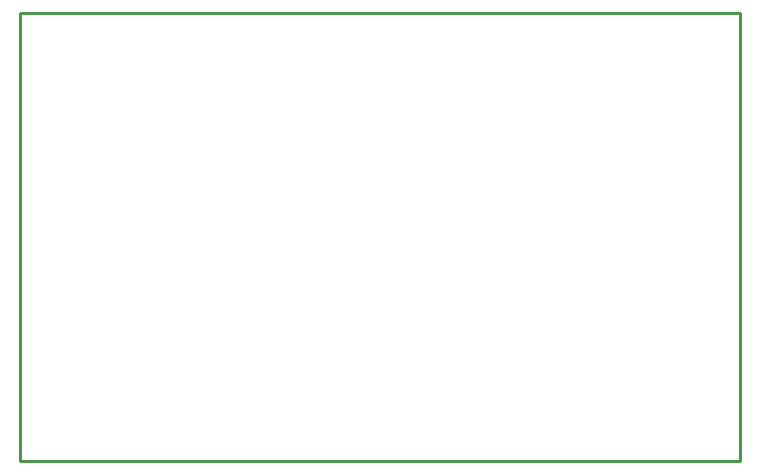
<source format=gko>
G04 Layer: BoardOutlineLayer*
G04 EasyEDA v6.5.34, 2023-08-29 10:19:29*
G04 49c1189aaea244c0bf5c0b9dc7b8a4ca,07f4848b7c094117bb63b494a1dfdd33,10*
G04 Gerber Generator version 0.2*
G04 Scale: 100 percent, Rotated: No, Reflected: No *
G04 Dimensions in millimeters *
G04 leading zeros omitted , absolute positions ,4 integer and 5 decimal *
%FSLAX45Y45*%
%MOMM*%

%ADD10C,0.2540*%
D10*
X698500Y5854700D02*
G01*
X698500Y6108700D01*
X6794500Y6108700D01*
X6794500Y2311400D01*
X698500Y2311400D01*
X698500Y5867400D01*

%LPD*%
M02*

</source>
